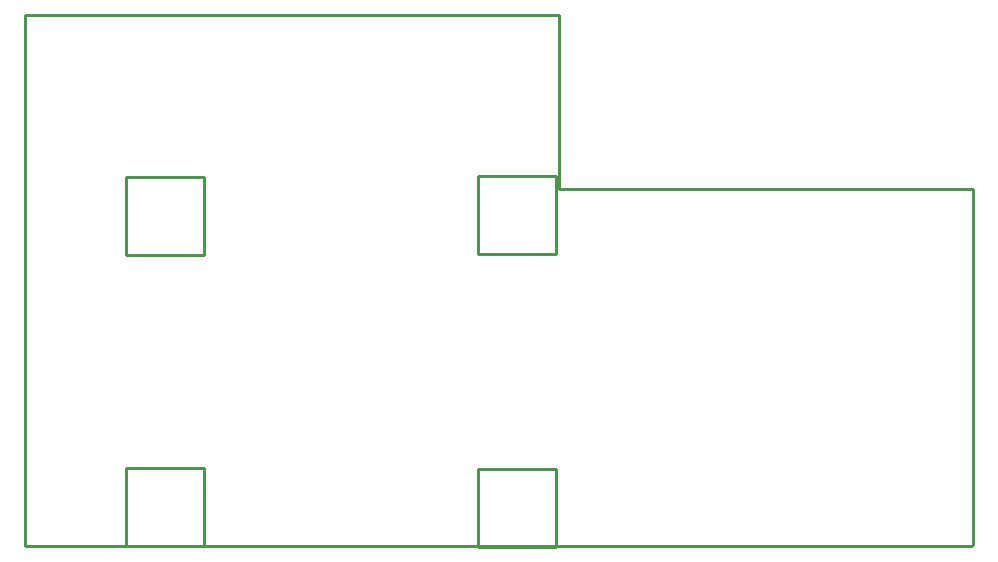
<source format=gko>
G04*
G04 #@! TF.GenerationSoftware,Altium Limited,Altium Designer,19.1.9 (167)*
G04*
G04 Layer_Color=16711935*
%FSLAX25Y25*%
%MOIN*%
G70*
G01*
G75*
%ADD13C,0.01000*%
D13*
X150961Y97276D02*
Y123260D01*
Y97276D02*
X176945D01*
Y123260D01*
X150961D02*
X176945D01*
X33508Y97008D02*
Y122992D01*
Y97008D02*
X59492D01*
Y122992D01*
X33508D02*
X59492D01*
X151008Y-492D02*
Y25492D01*
Y-492D02*
X176992D01*
Y25492D01*
X151008D02*
X176992D01*
X33508Y8D02*
Y25992D01*
Y8D02*
X59492D01*
Y25992D01*
X33508D02*
X59492D01*
X0Y177000D02*
X178000D01*
Y119000D02*
Y177000D01*
Y119000D02*
X316000D01*
Y378D02*
Y119000D01*
X315622Y0D02*
X316000Y378D01*
X0Y0D02*
X315622D01*
X0D02*
Y177000D01*
M02*

</source>
